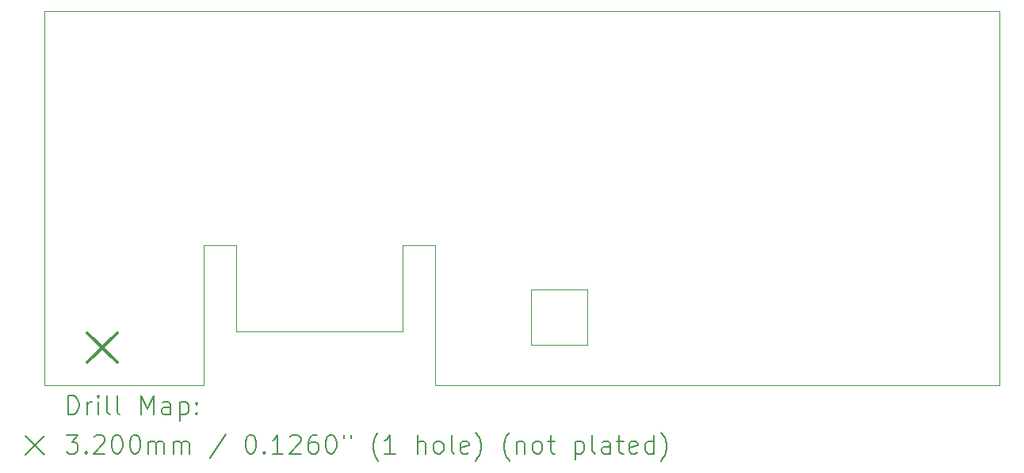
<source format=gbr>
%FSLAX45Y45*%
G04 Gerber Fmt 4.5, Leading zero omitted, Abs format (unit mm)*
G04 Created by KiCad (PCBNEW (5.99.0-9829-g074f0432f0)) date 2021-07-27 15:24:41*
%MOMM*%
%LPD*%
G01*
G04 APERTURE LIST*
%TA.AperFunction,Profile*%
%ADD10C,0.100000*%
%TD*%
%ADD11C,0.200000*%
%ADD12C,0.320000*%
G04 APERTURE END LIST*
D10*
X12200000Y-12575000D02*
X12800000Y-12575000D01*
X12800000Y-12575000D02*
X12800000Y-11975000D01*
X12800000Y-11975000D02*
X12200000Y-11975000D01*
X12200000Y-11975000D02*
X12200000Y-12575000D01*
X17200000Y-13000000D02*
X11175000Y-13000000D01*
X11175000Y-13000000D02*
X11175000Y-11500000D01*
X11175000Y-11500000D02*
X10825000Y-11500000D01*
X10825000Y-11500000D02*
X10825000Y-12425000D01*
X10825000Y-12425000D02*
X9050000Y-12425000D01*
X9050000Y-12425000D02*
X9050000Y-11500000D01*
X9050000Y-11500000D02*
X8700000Y-11500000D01*
X8700000Y-11500000D02*
X8700000Y-13000000D01*
X8700000Y-13000000D02*
X7000000Y-13000000D01*
X7000000Y-13000000D02*
X7000000Y-9000000D01*
X7000000Y-9000000D02*
X17200000Y-9000000D01*
X17200000Y-9000000D02*
X17200000Y-13000000D01*
D11*
D12*
X7460000Y-12440000D02*
X7780000Y-12760000D01*
X7780000Y-12440000D02*
X7460000Y-12760000D01*
D11*
X7252619Y-13315476D02*
X7252619Y-13115476D01*
X7300238Y-13115476D01*
X7328809Y-13125000D01*
X7347857Y-13144048D01*
X7357381Y-13163095D01*
X7366905Y-13201190D01*
X7366905Y-13229762D01*
X7357381Y-13267857D01*
X7347857Y-13286905D01*
X7328809Y-13305952D01*
X7300238Y-13315476D01*
X7252619Y-13315476D01*
X7452619Y-13315476D02*
X7452619Y-13182143D01*
X7452619Y-13220238D02*
X7462143Y-13201190D01*
X7471667Y-13191667D01*
X7490714Y-13182143D01*
X7509762Y-13182143D01*
X7576428Y-13315476D02*
X7576428Y-13182143D01*
X7576428Y-13115476D02*
X7566905Y-13125000D01*
X7576428Y-13134524D01*
X7585952Y-13125000D01*
X7576428Y-13115476D01*
X7576428Y-13134524D01*
X7700238Y-13315476D02*
X7681190Y-13305952D01*
X7671667Y-13286905D01*
X7671667Y-13115476D01*
X7805000Y-13315476D02*
X7785952Y-13305952D01*
X7776428Y-13286905D01*
X7776428Y-13115476D01*
X8033571Y-13315476D02*
X8033571Y-13115476D01*
X8100238Y-13258333D01*
X8166905Y-13115476D01*
X8166905Y-13315476D01*
X8347857Y-13315476D02*
X8347857Y-13210714D01*
X8338333Y-13191667D01*
X8319286Y-13182143D01*
X8281190Y-13182143D01*
X8262143Y-13191667D01*
X8347857Y-13305952D02*
X8328809Y-13315476D01*
X8281190Y-13315476D01*
X8262143Y-13305952D01*
X8252619Y-13286905D01*
X8252619Y-13267857D01*
X8262143Y-13248809D01*
X8281190Y-13239286D01*
X8328809Y-13239286D01*
X8347857Y-13229762D01*
X8443095Y-13182143D02*
X8443095Y-13382143D01*
X8443095Y-13191667D02*
X8462143Y-13182143D01*
X8500238Y-13182143D01*
X8519286Y-13191667D01*
X8528810Y-13201190D01*
X8538333Y-13220238D01*
X8538333Y-13277381D01*
X8528810Y-13296428D01*
X8519286Y-13305952D01*
X8500238Y-13315476D01*
X8462143Y-13315476D01*
X8443095Y-13305952D01*
X8624048Y-13296428D02*
X8633571Y-13305952D01*
X8624048Y-13315476D01*
X8614524Y-13305952D01*
X8624048Y-13296428D01*
X8624048Y-13315476D01*
X8624048Y-13191667D02*
X8633571Y-13201190D01*
X8624048Y-13210714D01*
X8614524Y-13201190D01*
X8624048Y-13191667D01*
X8624048Y-13210714D01*
X6795000Y-13545000D02*
X6995000Y-13745000D01*
X6995000Y-13545000D02*
X6795000Y-13745000D01*
X7233571Y-13535476D02*
X7357381Y-13535476D01*
X7290714Y-13611667D01*
X7319286Y-13611667D01*
X7338333Y-13621190D01*
X7347857Y-13630714D01*
X7357381Y-13649762D01*
X7357381Y-13697381D01*
X7347857Y-13716428D01*
X7338333Y-13725952D01*
X7319286Y-13735476D01*
X7262143Y-13735476D01*
X7243095Y-13725952D01*
X7233571Y-13716428D01*
X7443095Y-13716428D02*
X7452619Y-13725952D01*
X7443095Y-13735476D01*
X7433571Y-13725952D01*
X7443095Y-13716428D01*
X7443095Y-13735476D01*
X7528809Y-13554524D02*
X7538333Y-13545000D01*
X7557381Y-13535476D01*
X7605000Y-13535476D01*
X7624048Y-13545000D01*
X7633571Y-13554524D01*
X7643095Y-13573571D01*
X7643095Y-13592619D01*
X7633571Y-13621190D01*
X7519286Y-13735476D01*
X7643095Y-13735476D01*
X7766905Y-13535476D02*
X7785952Y-13535476D01*
X7805000Y-13545000D01*
X7814524Y-13554524D01*
X7824048Y-13573571D01*
X7833571Y-13611667D01*
X7833571Y-13659286D01*
X7824048Y-13697381D01*
X7814524Y-13716428D01*
X7805000Y-13725952D01*
X7785952Y-13735476D01*
X7766905Y-13735476D01*
X7747857Y-13725952D01*
X7738333Y-13716428D01*
X7728809Y-13697381D01*
X7719286Y-13659286D01*
X7719286Y-13611667D01*
X7728809Y-13573571D01*
X7738333Y-13554524D01*
X7747857Y-13545000D01*
X7766905Y-13535476D01*
X7957381Y-13535476D02*
X7976428Y-13535476D01*
X7995476Y-13545000D01*
X8005000Y-13554524D01*
X8014524Y-13573571D01*
X8024048Y-13611667D01*
X8024048Y-13659286D01*
X8014524Y-13697381D01*
X8005000Y-13716428D01*
X7995476Y-13725952D01*
X7976428Y-13735476D01*
X7957381Y-13735476D01*
X7938333Y-13725952D01*
X7928809Y-13716428D01*
X7919286Y-13697381D01*
X7909762Y-13659286D01*
X7909762Y-13611667D01*
X7919286Y-13573571D01*
X7928809Y-13554524D01*
X7938333Y-13545000D01*
X7957381Y-13535476D01*
X8109762Y-13735476D02*
X8109762Y-13602143D01*
X8109762Y-13621190D02*
X8119286Y-13611667D01*
X8138333Y-13602143D01*
X8166905Y-13602143D01*
X8185952Y-13611667D01*
X8195476Y-13630714D01*
X8195476Y-13735476D01*
X8195476Y-13630714D02*
X8205000Y-13611667D01*
X8224048Y-13602143D01*
X8252619Y-13602143D01*
X8271667Y-13611667D01*
X8281190Y-13630714D01*
X8281190Y-13735476D01*
X8376428Y-13735476D02*
X8376428Y-13602143D01*
X8376428Y-13621190D02*
X8385952Y-13611667D01*
X8405000Y-13602143D01*
X8433571Y-13602143D01*
X8452619Y-13611667D01*
X8462143Y-13630714D01*
X8462143Y-13735476D01*
X8462143Y-13630714D02*
X8471667Y-13611667D01*
X8490714Y-13602143D01*
X8519286Y-13602143D01*
X8538333Y-13611667D01*
X8547857Y-13630714D01*
X8547857Y-13735476D01*
X8938333Y-13525952D02*
X8766905Y-13783095D01*
X9195476Y-13535476D02*
X9214524Y-13535476D01*
X9233571Y-13545000D01*
X9243095Y-13554524D01*
X9252619Y-13573571D01*
X9262143Y-13611667D01*
X9262143Y-13659286D01*
X9252619Y-13697381D01*
X9243095Y-13716428D01*
X9233571Y-13725952D01*
X9214524Y-13735476D01*
X9195476Y-13735476D01*
X9176429Y-13725952D01*
X9166905Y-13716428D01*
X9157381Y-13697381D01*
X9147857Y-13659286D01*
X9147857Y-13611667D01*
X9157381Y-13573571D01*
X9166905Y-13554524D01*
X9176429Y-13545000D01*
X9195476Y-13535476D01*
X9347857Y-13716428D02*
X9357381Y-13725952D01*
X9347857Y-13735476D01*
X9338333Y-13725952D01*
X9347857Y-13716428D01*
X9347857Y-13735476D01*
X9547857Y-13735476D02*
X9433571Y-13735476D01*
X9490714Y-13735476D02*
X9490714Y-13535476D01*
X9471667Y-13564048D01*
X9452619Y-13583095D01*
X9433571Y-13592619D01*
X9624048Y-13554524D02*
X9633571Y-13545000D01*
X9652619Y-13535476D01*
X9700238Y-13535476D01*
X9719286Y-13545000D01*
X9728810Y-13554524D01*
X9738333Y-13573571D01*
X9738333Y-13592619D01*
X9728810Y-13621190D01*
X9614524Y-13735476D01*
X9738333Y-13735476D01*
X9909762Y-13535476D02*
X9871667Y-13535476D01*
X9852619Y-13545000D01*
X9843095Y-13554524D01*
X9824048Y-13583095D01*
X9814524Y-13621190D01*
X9814524Y-13697381D01*
X9824048Y-13716428D01*
X9833571Y-13725952D01*
X9852619Y-13735476D01*
X9890714Y-13735476D01*
X9909762Y-13725952D01*
X9919286Y-13716428D01*
X9928810Y-13697381D01*
X9928810Y-13649762D01*
X9919286Y-13630714D01*
X9909762Y-13621190D01*
X9890714Y-13611667D01*
X9852619Y-13611667D01*
X9833571Y-13621190D01*
X9824048Y-13630714D01*
X9814524Y-13649762D01*
X10052619Y-13535476D02*
X10071667Y-13535476D01*
X10090714Y-13545000D01*
X10100238Y-13554524D01*
X10109762Y-13573571D01*
X10119286Y-13611667D01*
X10119286Y-13659286D01*
X10109762Y-13697381D01*
X10100238Y-13716428D01*
X10090714Y-13725952D01*
X10071667Y-13735476D01*
X10052619Y-13735476D01*
X10033571Y-13725952D01*
X10024048Y-13716428D01*
X10014524Y-13697381D01*
X10005000Y-13659286D01*
X10005000Y-13611667D01*
X10014524Y-13573571D01*
X10024048Y-13554524D01*
X10033571Y-13545000D01*
X10052619Y-13535476D01*
X10195476Y-13535476D02*
X10195476Y-13573571D01*
X10271667Y-13535476D02*
X10271667Y-13573571D01*
X10566905Y-13811667D02*
X10557381Y-13802143D01*
X10538333Y-13773571D01*
X10528810Y-13754524D01*
X10519286Y-13725952D01*
X10509762Y-13678333D01*
X10509762Y-13640238D01*
X10519286Y-13592619D01*
X10528810Y-13564048D01*
X10538333Y-13545000D01*
X10557381Y-13516428D01*
X10566905Y-13506905D01*
X10747857Y-13735476D02*
X10633571Y-13735476D01*
X10690714Y-13735476D02*
X10690714Y-13535476D01*
X10671667Y-13564048D01*
X10652619Y-13583095D01*
X10633571Y-13592619D01*
X10985952Y-13735476D02*
X10985952Y-13535476D01*
X11071667Y-13735476D02*
X11071667Y-13630714D01*
X11062143Y-13611667D01*
X11043095Y-13602143D01*
X11014524Y-13602143D01*
X10995476Y-13611667D01*
X10985952Y-13621190D01*
X11195476Y-13735476D02*
X11176429Y-13725952D01*
X11166905Y-13716428D01*
X11157381Y-13697381D01*
X11157381Y-13640238D01*
X11166905Y-13621190D01*
X11176429Y-13611667D01*
X11195476Y-13602143D01*
X11224048Y-13602143D01*
X11243095Y-13611667D01*
X11252619Y-13621190D01*
X11262143Y-13640238D01*
X11262143Y-13697381D01*
X11252619Y-13716428D01*
X11243095Y-13725952D01*
X11224048Y-13735476D01*
X11195476Y-13735476D01*
X11376428Y-13735476D02*
X11357381Y-13725952D01*
X11347857Y-13706905D01*
X11347857Y-13535476D01*
X11528809Y-13725952D02*
X11509762Y-13735476D01*
X11471667Y-13735476D01*
X11452619Y-13725952D01*
X11443095Y-13706905D01*
X11443095Y-13630714D01*
X11452619Y-13611667D01*
X11471667Y-13602143D01*
X11509762Y-13602143D01*
X11528809Y-13611667D01*
X11538333Y-13630714D01*
X11538333Y-13649762D01*
X11443095Y-13668809D01*
X11605000Y-13811667D02*
X11614524Y-13802143D01*
X11633571Y-13773571D01*
X11643095Y-13754524D01*
X11652619Y-13725952D01*
X11662143Y-13678333D01*
X11662143Y-13640238D01*
X11652619Y-13592619D01*
X11643095Y-13564048D01*
X11633571Y-13545000D01*
X11614524Y-13516428D01*
X11605000Y-13506905D01*
X11966905Y-13811667D02*
X11957381Y-13802143D01*
X11938333Y-13773571D01*
X11928809Y-13754524D01*
X11919286Y-13725952D01*
X11909762Y-13678333D01*
X11909762Y-13640238D01*
X11919286Y-13592619D01*
X11928809Y-13564048D01*
X11938333Y-13545000D01*
X11957381Y-13516428D01*
X11966905Y-13506905D01*
X12043095Y-13602143D02*
X12043095Y-13735476D01*
X12043095Y-13621190D02*
X12052619Y-13611667D01*
X12071667Y-13602143D01*
X12100238Y-13602143D01*
X12119286Y-13611667D01*
X12128809Y-13630714D01*
X12128809Y-13735476D01*
X12252619Y-13735476D02*
X12233571Y-13725952D01*
X12224048Y-13716428D01*
X12214524Y-13697381D01*
X12214524Y-13640238D01*
X12224048Y-13621190D01*
X12233571Y-13611667D01*
X12252619Y-13602143D01*
X12281190Y-13602143D01*
X12300238Y-13611667D01*
X12309762Y-13621190D01*
X12319286Y-13640238D01*
X12319286Y-13697381D01*
X12309762Y-13716428D01*
X12300238Y-13725952D01*
X12281190Y-13735476D01*
X12252619Y-13735476D01*
X12376428Y-13602143D02*
X12452619Y-13602143D01*
X12405000Y-13535476D02*
X12405000Y-13706905D01*
X12414524Y-13725952D01*
X12433571Y-13735476D01*
X12452619Y-13735476D01*
X12671667Y-13602143D02*
X12671667Y-13802143D01*
X12671667Y-13611667D02*
X12690714Y-13602143D01*
X12728809Y-13602143D01*
X12747857Y-13611667D01*
X12757381Y-13621190D01*
X12766905Y-13640238D01*
X12766905Y-13697381D01*
X12757381Y-13716428D01*
X12747857Y-13725952D01*
X12728809Y-13735476D01*
X12690714Y-13735476D01*
X12671667Y-13725952D01*
X12881190Y-13735476D02*
X12862143Y-13725952D01*
X12852619Y-13706905D01*
X12852619Y-13535476D01*
X13043095Y-13735476D02*
X13043095Y-13630714D01*
X13033571Y-13611667D01*
X13014524Y-13602143D01*
X12976428Y-13602143D01*
X12957381Y-13611667D01*
X13043095Y-13725952D02*
X13024048Y-13735476D01*
X12976428Y-13735476D01*
X12957381Y-13725952D01*
X12947857Y-13706905D01*
X12947857Y-13687857D01*
X12957381Y-13668809D01*
X12976428Y-13659286D01*
X13024048Y-13659286D01*
X13043095Y-13649762D01*
X13109762Y-13602143D02*
X13185952Y-13602143D01*
X13138333Y-13535476D02*
X13138333Y-13706905D01*
X13147857Y-13725952D01*
X13166905Y-13735476D01*
X13185952Y-13735476D01*
X13328809Y-13725952D02*
X13309762Y-13735476D01*
X13271667Y-13735476D01*
X13252619Y-13725952D01*
X13243095Y-13706905D01*
X13243095Y-13630714D01*
X13252619Y-13611667D01*
X13271667Y-13602143D01*
X13309762Y-13602143D01*
X13328809Y-13611667D01*
X13338333Y-13630714D01*
X13338333Y-13649762D01*
X13243095Y-13668809D01*
X13509762Y-13735476D02*
X13509762Y-13535476D01*
X13509762Y-13725952D02*
X13490714Y-13735476D01*
X13452619Y-13735476D01*
X13433571Y-13725952D01*
X13424048Y-13716428D01*
X13414524Y-13697381D01*
X13414524Y-13640238D01*
X13424048Y-13621190D01*
X13433571Y-13611667D01*
X13452619Y-13602143D01*
X13490714Y-13602143D01*
X13509762Y-13611667D01*
X13585952Y-13811667D02*
X13595476Y-13802143D01*
X13614524Y-13773571D01*
X13624048Y-13754524D01*
X13633571Y-13725952D01*
X13643095Y-13678333D01*
X13643095Y-13640238D01*
X13633571Y-13592619D01*
X13624048Y-13564048D01*
X13614524Y-13545000D01*
X13595476Y-13516428D01*
X13585952Y-13506905D01*
M02*

</source>
